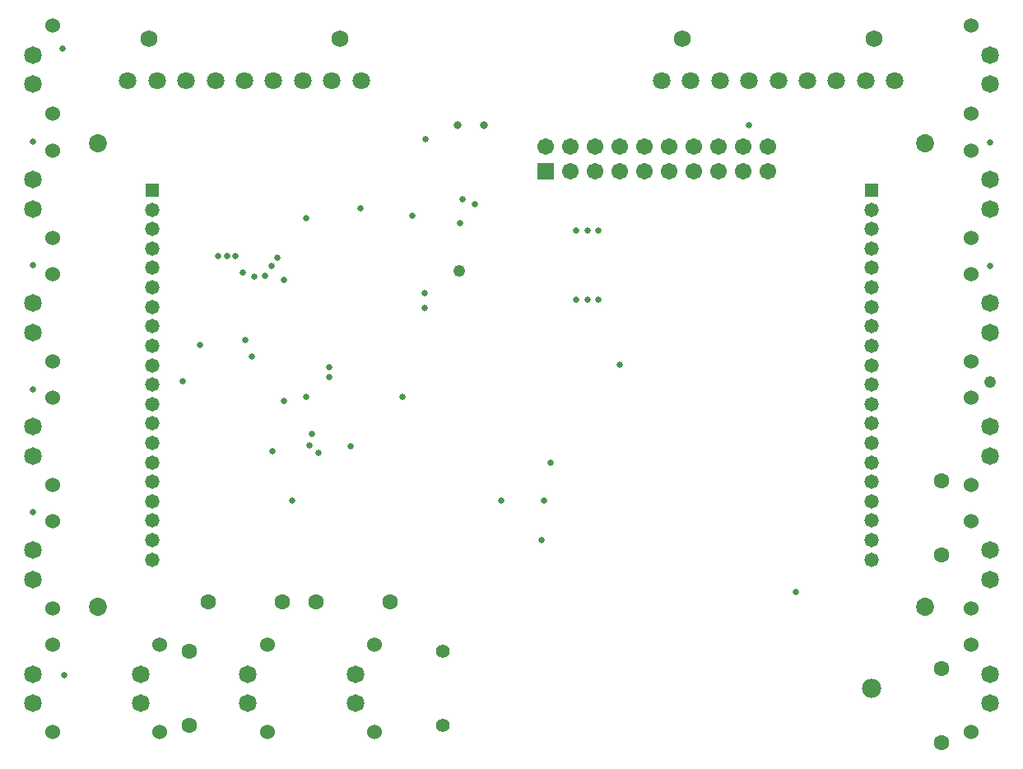
<source format=gbs>
G04*
G04 #@! TF.GenerationSoftware,Altium Limited,Altium Designer,19.1.5 (86)*
G04*
G04 Layer_Color=16711935*
%FSLAX25Y25*%
%MOIN*%
G70*
G01*
G75*
%ADD75R,0.05800X0.05800*%
%ADD76C,0.05800*%
%ADD77C,0.07300*%
%ADD78C,0.07178*%
%ADD79C,0.05997*%
%ADD80C,0.07119*%
%ADD81C,0.06804*%
%ADD82C,0.05524*%
%ADD83C,0.06706*%
%ADD84R,0.06706X0.06706*%
%ADD85C,0.06312*%
%ADD86C,0.02600*%
%ADD87C,0.04800*%
%ADD88C,0.07800*%
%ADD89C,0.03300*%
D75*
X61561Y230288D02*
D03*
X352900D02*
D03*
D76*
X61561Y80682D02*
D03*
Y143674D02*
D03*
Y88556D02*
D03*
Y96430D02*
D03*
Y151548D02*
D03*
Y112178D02*
D03*
Y127926D02*
D03*
Y135800D02*
D03*
Y120052D02*
D03*
Y104304D02*
D03*
Y159422D02*
D03*
Y167296D02*
D03*
Y222414D02*
D03*
Y183044D02*
D03*
Y198792D02*
D03*
Y206666D02*
D03*
Y214540D02*
D03*
Y190918D02*
D03*
Y175170D02*
D03*
X352900Y80682D02*
D03*
Y143674D02*
D03*
Y88556D02*
D03*
Y96430D02*
D03*
Y151548D02*
D03*
Y112178D02*
D03*
Y127926D02*
D03*
Y135800D02*
D03*
Y120052D02*
D03*
Y104304D02*
D03*
Y159422D02*
D03*
Y167296D02*
D03*
Y222414D02*
D03*
Y183044D02*
D03*
Y198792D02*
D03*
Y206666D02*
D03*
Y214540D02*
D03*
Y190918D02*
D03*
Y175170D02*
D03*
D77*
X39700Y249300D02*
D03*
Y61700D02*
D03*
X374700D02*
D03*
Y249300D02*
D03*
D78*
X401000Y122689D02*
D03*
Y134500D02*
D03*
X401000Y172689D02*
D03*
Y184500D02*
D03*
Y222689D02*
D03*
Y234500D02*
D03*
X13500Y134500D02*
D03*
Y122689D02*
D03*
Y184500D02*
D03*
Y172689D02*
D03*
X13500Y234500D02*
D03*
Y222689D02*
D03*
Y285000D02*
D03*
Y273189D02*
D03*
X401000Y273189D02*
D03*
Y285000D02*
D03*
X13500Y34405D02*
D03*
Y22594D02*
D03*
X13500Y84500D02*
D03*
Y72689D02*
D03*
X144000Y34405D02*
D03*
Y22594D02*
D03*
X100500Y34405D02*
D03*
Y22594D02*
D03*
X57000Y34405D02*
D03*
Y22594D02*
D03*
X401000D02*
D03*
Y34405D02*
D03*
Y72689D02*
D03*
Y84500D02*
D03*
D79*
X393284Y146311D02*
D03*
Y110878D02*
D03*
X393284Y196311D02*
D03*
Y160878D02*
D03*
Y246311D02*
D03*
Y210878D02*
D03*
X21216Y110878D02*
D03*
Y146311D02*
D03*
Y160878D02*
D03*
Y196311D02*
D03*
X21216Y210878D02*
D03*
Y246311D02*
D03*
Y261378D02*
D03*
Y296811D02*
D03*
X393284Y296811D02*
D03*
Y261378D02*
D03*
X21216Y10784D02*
D03*
Y46216D02*
D03*
X21216Y60878D02*
D03*
Y96311D02*
D03*
X151716Y10784D02*
D03*
Y46216D02*
D03*
X108217Y10784D02*
D03*
Y46216D02*
D03*
X64717Y10784D02*
D03*
Y46216D02*
D03*
X393284D02*
D03*
Y10784D02*
D03*
Y96311D02*
D03*
Y60878D02*
D03*
D80*
X268000Y274500D02*
D03*
X279811D02*
D03*
X291622D02*
D03*
X303433D02*
D03*
X315244D02*
D03*
X327055D02*
D03*
X338866D02*
D03*
X350677D02*
D03*
X362488D02*
D03*
X51812D02*
D03*
X63623D02*
D03*
X75435D02*
D03*
X87246D02*
D03*
X99057D02*
D03*
X110868D02*
D03*
X122679D02*
D03*
X134490D02*
D03*
X146301D02*
D03*
D81*
X276465Y291508D02*
D03*
X354024D02*
D03*
X60277D02*
D03*
X137836D02*
D03*
D82*
X179500Y43500D02*
D03*
Y13500D02*
D03*
D83*
X311000Y248000D02*
D03*
X301000D02*
D03*
X291000D02*
D03*
X281000D02*
D03*
X271000D02*
D03*
X261000D02*
D03*
X251000D02*
D03*
X241000D02*
D03*
X231000D02*
D03*
X221000D02*
D03*
X311000Y238000D02*
D03*
X301000D02*
D03*
X291000D02*
D03*
X281000D02*
D03*
X271000D02*
D03*
X261000D02*
D03*
X251000D02*
D03*
X241000D02*
D03*
X231000D02*
D03*
D84*
X221000D02*
D03*
D85*
X128000Y63500D02*
D03*
X158000D02*
D03*
X84500D02*
D03*
X114500D02*
D03*
X76800Y13500D02*
D03*
Y43500D02*
D03*
X381500Y6500D02*
D03*
Y36500D02*
D03*
Y82595D02*
D03*
Y112594D02*
D03*
D86*
X163000Y146500D02*
D03*
X172500Y251000D02*
D03*
X401000Y199500D02*
D03*
Y249500D02*
D03*
X25500Y287500D02*
D03*
X13500Y250000D02*
D03*
Y200000D02*
D03*
Y149500D02*
D03*
Y100000D02*
D03*
X26000Y34000D02*
D03*
X186500Y217000D02*
D03*
X124000Y219000D02*
D03*
Y146500D02*
D03*
X102000Y163000D02*
D03*
X126500Y131500D02*
D03*
X98500Y197000D02*
D03*
X110444Y124556D02*
D03*
X118500Y104500D02*
D03*
X203000D02*
D03*
X220500D02*
D03*
X251000Y159500D02*
D03*
X233500Y186000D02*
D03*
X238000D02*
D03*
X242500D02*
D03*
X233500Y214000D02*
D03*
X242500D02*
D03*
X238000D02*
D03*
X192500Y224500D02*
D03*
X187500Y226500D02*
D03*
X167000Y220000D02*
D03*
X172000Y182500D02*
D03*
Y188500D02*
D03*
X115000Y145000D02*
D03*
X99400Y169750D02*
D03*
X219500Y88500D02*
D03*
X133500Y154500D02*
D03*
Y158500D02*
D03*
X125500Y127000D02*
D03*
X112500Y203000D02*
D03*
X110000Y199500D02*
D03*
X107500Y195500D02*
D03*
X115000Y194000D02*
D03*
X103000Y195250D02*
D03*
X95500Y203500D02*
D03*
X92000D02*
D03*
X88500D02*
D03*
X81000Y167500D02*
D03*
X142000Y126500D02*
D03*
X223000Y120000D02*
D03*
X322500Y67500D02*
D03*
X303500Y256500D02*
D03*
X74000Y153000D02*
D03*
X129000Y124000D02*
D03*
X146000Y223000D02*
D03*
D87*
X186000Y197500D02*
D03*
X401000Y152500D02*
D03*
D88*
X353000Y28500D02*
D03*
D89*
X196000Y256500D02*
D03*
X185500D02*
D03*
M02*

</source>
